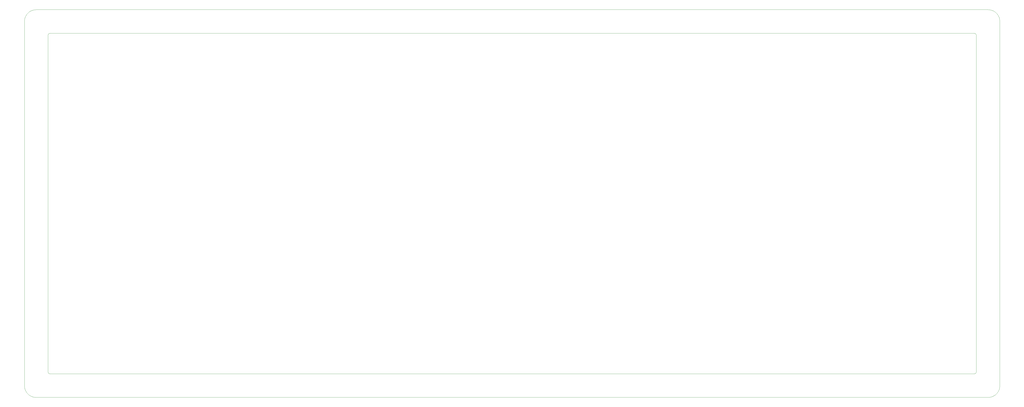
<source format=gko>
%MOIN*%
%OFA0B0*%
%FSLAX44Y44*%
%IPPOS*%
%LPD*%
%ADD10C,0*%
D10*
X00000000Y00001968D02*
X00000002Y00001871D01*
X00000009Y00001775D01*
X00000021Y00001679D01*
X00000037Y00001584D01*
X00000058Y00001490D01*
X00000084Y00001397D01*
X00000115Y00001305D01*
X00000149Y00001215D01*
X00000188Y00001126D01*
X00000232Y00001040D01*
X00000280Y00000956D01*
X00000331Y00000874D01*
X00000387Y00000795D01*
X00000446Y00000719D01*
X00000509Y00000646D01*
X00000576Y00000576D01*
X00000646Y00000509D01*
X00000719Y00000446D01*
X00000795Y00000387D01*
X00000874Y00000331D01*
X00000956Y00000280D01*
X00001040Y00000232D01*
X00001126Y00000188D01*
X00001215Y00000149D01*
X00001305Y00000115D01*
X00001397Y00000084D01*
X00001490Y00000058D01*
X00001584Y00000037D01*
X00001679Y00000021D01*
X00001775Y00000009D01*
X00001871Y00000002D01*
X00001968Y00000000D01*
X00161417Y00000000D01*
X00161513Y00000002D01*
X00161610Y00000009D01*
X00161706Y00000021D01*
X00161801Y00000037D01*
X00161895Y00000058D01*
X00161988Y00000084D01*
X00162080Y00000115D01*
X00162170Y00000149D01*
X00162258Y00000188D01*
X00162345Y00000232D01*
X00162429Y00000280D01*
X00162510Y00000331D01*
X00162589Y00000387D01*
X00162666Y00000446D01*
X00162739Y00000509D01*
X00162809Y00000576D01*
X00162875Y00000646D01*
X00162938Y00000719D01*
X00162998Y00000795D01*
X00163054Y00000874D01*
X00163105Y00000956D01*
X00163153Y00001040D01*
X00163196Y00001126D01*
X00163235Y00001215D01*
X00163270Y00001305D01*
X00163301Y00001397D01*
X00163326Y00001490D01*
X00163348Y00001584D01*
X00163364Y00001679D01*
X00163376Y00001775D01*
X00163383Y00001871D01*
X00163385Y00001968D01*
X00163385Y00062992D01*
X00163383Y00063088D01*
X00163376Y00063185D01*
X00163364Y00063280D01*
X00163348Y00063376D01*
X00163326Y00063470D01*
X00163301Y00063563D01*
X00163270Y00063655D01*
X00163235Y00063745D01*
X00163196Y00063833D01*
X00163153Y00063920D01*
X00163105Y00064004D01*
X00163054Y00064085D01*
X00162998Y00064164D01*
X00162938Y00064240D01*
X00162875Y00064314D01*
X00162809Y00064384D01*
X00162739Y00064450D01*
X00162666Y00064513D01*
X00162589Y00064573D01*
X00162510Y00064628D01*
X00162429Y00064680D01*
X00162345Y00064728D01*
X00162258Y00064771D01*
X00162170Y00064810D01*
X00162080Y00064845D01*
X00161988Y00064875D01*
X00161895Y00064901D01*
X00161801Y00064922D01*
X00161706Y00064939D01*
X00161610Y00064951D01*
X00161513Y00064958D01*
X00161417Y00064960D01*
X00001968Y00064960D01*
X00001871Y00064958D01*
X00001775Y00064951D01*
X00001679Y00064939D01*
X00001584Y00064922D01*
X00001490Y00064901D01*
X00001397Y00064875D01*
X00001305Y00064845D01*
X00001215Y00064810D01*
X00001126Y00064771D01*
X00001040Y00064728D01*
X00000956Y00064680D01*
X00000874Y00064628D01*
X00000795Y00064573D01*
X00000719Y00064513D01*
X00000646Y00064450D01*
X00000576Y00064384D01*
X00000509Y00064314D01*
X00000446Y00064240D01*
X00000387Y00064164D01*
X00000331Y00064085D01*
X00000280Y00064004D01*
X00000232Y00063920D01*
X00000188Y00063833D01*
X00000149Y00063745D01*
X00000115Y00063655D01*
X00000084Y00063563D01*
X00000058Y00063470D01*
X00000037Y00063376D01*
X00000021Y00063280D01*
X00000009Y00063185D01*
X00000002Y00063088D01*
X00000000Y00062992D01*
X00000000Y00001968D01*
X00003937Y00004330D02*
X00003946Y00004243D01*
X00003975Y00004159D01*
X00004022Y00004085D01*
X00004085Y00004022D01*
X00004159Y00003975D01*
X00004243Y00003946D01*
X00004330Y00003937D01*
X00159055Y00003937D01*
X00159142Y00003946D01*
X00159225Y00003975D01*
X00159300Y00004022D01*
X00159362Y00004085D01*
X00159409Y00004159D01*
X00159438Y00004243D01*
X00159448Y00004330D01*
X00159448Y00060629D01*
X00159438Y00060717D01*
X00159409Y00060800D01*
X00159362Y00060875D01*
X00159300Y00060937D01*
X00159225Y00060984D01*
X00159142Y00061013D01*
X00159055Y00061023D01*
X00004330Y00061023D01*
X00004243Y00061013D01*
X00004159Y00060984D01*
X00004085Y00060937D01*
X00004022Y00060875D01*
X00003975Y00060800D01*
X00003946Y00060717D01*
X00003937Y00060629D01*
X00003937Y00004330D01*
M02*
</source>
